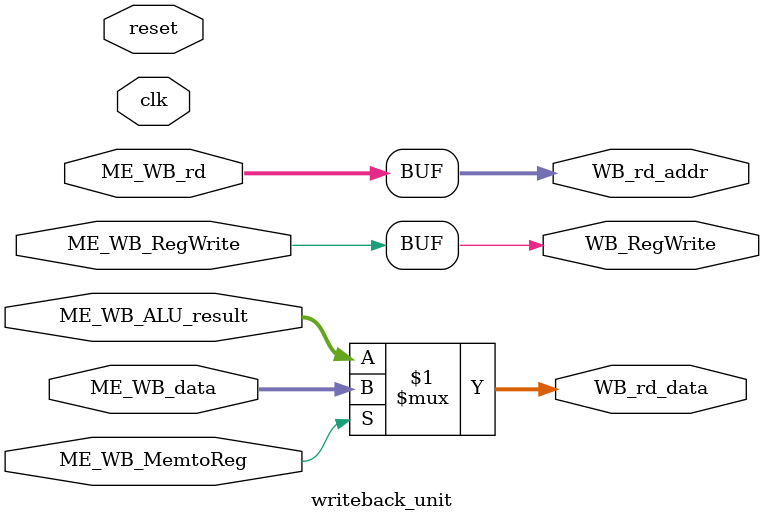
<source format=v>
/*
 * Copyright (c) 2025 Kelly Duong
 * SPDX-License-Identifier: Apache-2.0
 */

module writeback_unit (
    input   wire        clk,
    input   wire        reset,

    input   wire        [31:0] ME_WB_data,
    input   wire        [31:0] ME_WB_ALU_result,
    input   wire        [4:0] ME_WB_rd,
    input   wire        ME_WB_RegWrite,
    input   wire        ME_WB_MemtoReg,

    output  wire        [31:0] WB_rd_data,
    output  wire        [4:0] WB_rd_addr,
    output  wire        WB_RegWrite

);

    assign WB_rd_data = (ME_WB_MemtoReg) ? ME_WB_data : ME_WB_ALU_result;
    assign WB_rd_addr = ME_WB_rd;
    assign WB_RegWrite = ME_WB_RegWrite;
    
endmodule
</source>
